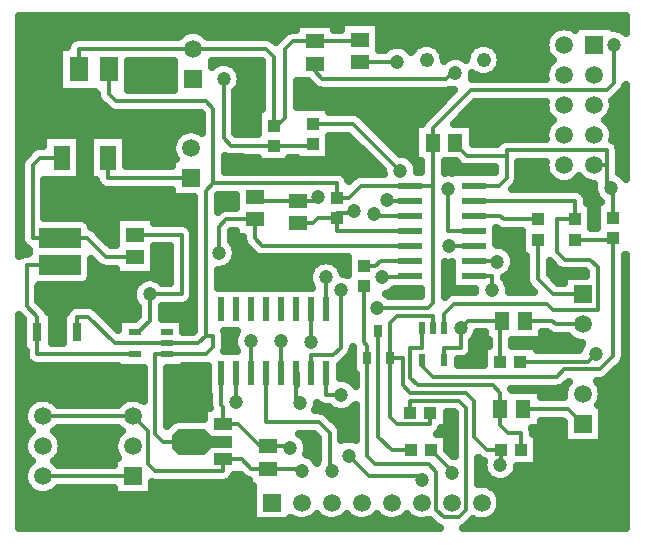
<source format=gbr>
G04 DipTrace 3.2.0.1*
G04 Top.gbr*
%MOIN*%
G04 #@! TF.FileFunction,Copper,L1,Top*
G04 #@! TF.Part,Single*
%AMOUTLINE0*
4,1,4,
0.070866,0.033465,
0.070866,-0.033465,
-0.070866,-0.033465,
-0.070866,0.033465,
0.070866,0.033465,
0*%
%AMOUTLINE3*
4,1,4,
0.070866,-0.033465,
0.070866,0.033465,
-0.070866,0.033465,
-0.070866,-0.033465,
0.070866,-0.033465,
0*%
%AMOUTLINE6*
4,1,10,
0.100394,0.019685,
0.033465,0.019685,
0.009843,0.043307,
-0.076772,0.043307,
-0.100394,0.019685,
-0.100394,-0.019685,
-0.076772,-0.043307,
0.009843,-0.043307,
0.033465,-0.019685,
0.100394,-0.019685,
0.100394,0.019685,
0*%
G04 #@! TA.AperFunction,Conductor*
%ADD13C,0.011811*%
G04 #@! TA.AperFunction,CopperBalancing*
%ADD14C,0.025*%
%ADD15R,0.059055X0.051181*%
%ADD16R,0.051181X0.059055*%
%ADD18R,0.061995X0.081995*%
%ADD20R,0.031496X0.062992*%
%ADD22R,0.055118X0.082677*%
G04 #@! TA.AperFunction,ComponentPad*
%ADD23R,0.059055X0.059055*%
%ADD24C,0.059055*%
%ADD25R,0.043307X0.03937*%
%ADD26R,0.03937X0.043307*%
%ADD27R,0.07874X0.023622*%
%ADD29R,0.059055X0.03937*%
%ADD31R,0.025591X0.041339*%
%ADD33R,0.043307X0.023622*%
%ADD35R,0.023622X0.043307*%
%ADD36R,0.023622X0.07874*%
G04 #@! TA.AperFunction,ComponentPad*
%ADD37C,0.048*%
G04 #@! TA.AperFunction,ViaPad*
%ADD38C,0.047244*%
%ADD78OUTLINE0*%
%ADD81OUTLINE3*%
%ADD84OUTLINE6*%
%FSLAX26Y26*%
G04*
G70*
G90*
G75*
G01*
G04 Top*
%LPD*%
X1468701Y1280165D2*
D13*
Y1173672D1*
X1749951Y1286073D2*
Y1280165D1*
X1656567D1*
X1749951Y1436073D2*
X1506084D1*
Y1479711D1*
X1442622D1*
X1424063Y1461152D1*
X1374848D1*
X1506084Y1479711D2*
Y1495459D1*
X1555463D1*
X1563173Y1503169D1*
X1318701Y1067374D2*
Y961073D1*
X2039323Y1332728D2*
X2035978Y1336073D1*
X1962550D1*
X2021606Y1236858D2*
Y1286073D1*
X1962550D1*
X1517913Y1236858D2*
Y1045720D1*
X1492323Y1020130D1*
X1418701D1*
Y961073D1*
X587430Y1679690D2*
X516218D1*
X490626Y1654098D1*
Y1410969D1*
X581181D1*
X671732D1*
X734226Y1348475D1*
X831155D1*
X1816738Y829780D2*
Y790409D1*
X1706467D1*
X1680877Y816000D1*
Y1011010D1*
X2424738Y1477898D2*
Y1579701D1*
X2405990D1*
Y1654651D1*
X2362244D1*
X1680877Y1011010D2*
Y1126748D1*
X1706467Y1152339D1*
X1824895D1*
Y1111000D1*
X2405990Y1654651D2*
Y1703866D1*
X2070461D1*
Y1685940D1*
Y1611664D1*
X2044870Y1586073D1*
X1962550D1*
X2324748Y1123488D2*
X2234398D1*
X2221888Y1135997D1*
X2130829D1*
X1519610Y887713D2*
X1468701D1*
Y961073D1*
X2051591Y704793D2*
Y656612D1*
X2049777Y654798D1*
X1680877Y1011010D2*
X1724220D1*
Y920335D1*
X1749811Y894744D1*
X1936571D1*
X1962161Y869154D1*
Y749134D1*
X2006503Y704793D1*
X2051591D1*
X2070461Y1685940D2*
X1937289D1*
X1899604Y1723625D1*
Y1729685D1*
X2418488Y1579701D2*
X2424738D1*
X1581076Y2073210D2*
Y2066961D1*
X1431092D1*
X831094Y1098312D2*
X843465D1*
X881150Y1135997D1*
Y1223488D1*
X1024885Y2042163D2*
X643675D1*
Y1973409D1*
X1293606Y1785929D2*
Y2016571D1*
X1268014Y2042163D1*
X1024885D1*
X1431092Y2066961D2*
X1358571D1*
X1332980Y2041370D1*
Y1812804D1*
X1306105Y1785929D1*
X1293606D1*
X1124874Y673546D2*
Y634173D1*
X899713D1*
X874122Y659764D1*
Y768085D1*
X824906Y817302D1*
X1274858Y642488D2*
X1218140D1*
X1187083Y673546D1*
X1124874D1*
X881150Y1223488D2*
X987388D1*
Y1423278D1*
X831155D1*
X1374848Y1535955D2*
X1231113D1*
Y1548265D1*
X1441780Y1548268D2*
X1429467Y1535955D1*
X1374848D1*
X1274858Y642488D2*
X1380908D1*
X1387346Y636050D1*
X524906Y817302D2*
X824906D1*
X581181Y1320417D2*
X470760D1*
Y1185115D1*
X506189Y1149685D1*
Y1098501D1*
Y1023509D1*
X831094D1*
X743675Y1973409D2*
Y1892951D1*
X769268Y1867358D1*
X1067850D1*
X1093441Y1841768D1*
Y1593543D1*
X1506084D1*
Y1546640D1*
X1093441Y1593543D2*
X1067850Y1567953D1*
Y1086501D1*
X1093441D1*
Y1049100D1*
X1067850Y1023509D1*
X937394D1*
X1067850Y1086501D2*
X1042260Y1060911D1*
X937394D1*
X1749951Y1586073D2*
X1824801D1*
Y1654693D1*
Y1729685D1*
X2049682Y998417D2*
Y1135997D1*
X2056026D1*
X1824801Y1729685D2*
Y1778286D1*
X1950381Y1903866D1*
X2403583D1*
X2429173Y1929457D1*
Y2054650D1*
X1636882Y1177929D2*
X1809008D1*
X1824801Y1193722D1*
Y1586073D1*
X1506084Y1546640D2*
X1545457D1*
X1584890Y1586073D1*
X1749951D1*
X937394Y1023509D2*
X899713D1*
Y758193D1*
X925304Y732601D1*
X1054008D1*
X937394Y1060911D2*
X764167D1*
X675392Y1149685D1*
X640047D1*
Y1098501D1*
X1917417Y1110681D2*
Y1046039D1*
X1862297D1*
Y1004701D1*
X2056026Y1135997D2*
X1942734D1*
X1917417Y1110681D1*
X1629720Y1492768D2*
X1636415Y1486073D1*
X1749951D1*
X1431092Y1992157D2*
Y1967160D1*
X1456089Y1942163D1*
X1868546D1*
X1887294Y1960911D1*
X1899793D1*
X1673028Y1539421D2*
X1676375Y1536073D1*
X1749951D1*
X1706063Y1998407D2*
X1718562D1*
X1581076D2*
X1706063D1*
X1118701Y961073D2*
Y855878D1*
X1124874Y849705D1*
Y791656D1*
X1174087D1*
X1248451Y717291D1*
X1274858D1*
X1343601D1*
X1349850Y711042D1*
X1543580Y686045D2*
X1612323Y617302D1*
X1774806D1*
X1787304Y604803D1*
X1787357D1*
X1111157Y1361953D2*
Y1447871D1*
X1136748Y1473462D1*
X1231113D1*
Y1411665D1*
X1256705Y1386073D1*
X1749951D1*
X524906Y617302D2*
X824906D1*
X2324748Y792283D2*
X2274753Y842278D1*
X2124769D1*
X2368055Y1025984D2*
X2340488Y998417D1*
X2116612D1*
X2118520Y704793D2*
Y762913D1*
X2075556D1*
X2049966Y788504D1*
Y842278D1*
Y894744D1*
X2024375Y920335D1*
X1775402D1*
X1749811Y945925D1*
Y1046039D1*
X1787493D1*
Y1111000D1*
X1962550Y1536073D2*
X2299751D1*
Y1473462D1*
X2239134D1*
Y1365193D1*
X2264724Y1339602D1*
X2348370D1*
X2373961Y1314012D1*
Y1172701D1*
X2225551D1*
X2206010Y1192241D1*
X1894919D1*
X1862297Y1159619D1*
Y1111000D1*
X2299751Y1406533D2*
X2339122D1*
X2337308Y1404719D1*
X2424738D1*
Y1410969D1*
Y1017260D1*
X2380992Y973514D1*
X2262255D1*
X2237257Y948517D1*
X1824801D1*
X1787493Y985824D1*
Y1004701D1*
X1962550Y1486073D2*
X2048320D1*
X2060932Y1473462D1*
X2174764D1*
X2324748Y1223488D2*
X2225354D1*
X2174764Y1274079D1*
Y1406533D1*
X1716335Y1635287D2*
X1559444Y1792178D1*
X1424843D1*
X1874795Y1573451D2*
Y1436073D1*
X1962550D1*
X1293606Y1719000D2*
X1424843D1*
Y1725249D1*
X1127335Y1942161D2*
Y1744591D1*
X1152925Y1719000D1*
X1293606D1*
X1018635Y1610948D2*
X740969D1*
Y1679690D1*
X1593575Y1317228D2*
X1632945D1*
X1651790Y1336073D1*
X1749951D1*
X1593575Y1250299D2*
Y1063864D1*
X1606073Y1051365D1*
Y1011010D1*
Y684169D1*
X1631664Y658579D1*
X1810980D1*
X1836571Y632988D1*
Y506190D1*
X1862161Y480598D1*
X1910980D1*
X1936571Y506189D1*
Y843564D1*
X1910980Y869154D1*
X1749808D1*
Y829780D1*
X1887294Y629801D2*
X1887357D1*
X1887294Y636050D1*
X1818551Y704793D1*
X1643475Y1101562D2*
Y749134D1*
X1687816Y704793D1*
X1751622D1*
X1962550Y1386073D2*
X1877906Y1386075D1*
X1218701Y1067374D2*
Y961073D1*
X1168701Y866524D2*
Y961073D1*
X1487336Y636050D2*
X1487357D1*
X1268701Y961073D2*
Y798533D1*
X1443591D1*
X1481087Y761037D1*
Y636050D1*
X1487336D1*
X1381097Y861026D2*
X1368598D1*
Y923520D1*
X1374848Y917270D1*
Y961073D1*
X1368701D1*
X1418701Y1063437D2*
Y1173672D1*
D38*
X1787304Y604803D3*
X1887294Y629801D3*
X2418488Y1579701D3*
X1899793Y1960911D3*
X1706063Y1998407D3*
X1349850Y711042D3*
X1543580Y686045D3*
X1487336Y636050D3*
X1387346D3*
X1468701Y1280165D3*
X1656567D3*
X1563173Y1503169D3*
X2039323Y1332728D3*
X1318701Y1067374D3*
X2021606Y1236858D3*
X1517913D3*
X1441780Y1548268D3*
X1519610Y887713D3*
X2049777Y654798D3*
X881150Y1223488D3*
X2429173Y2054650D3*
X1917417Y1110681D3*
X1636882Y1177929D3*
X1629720Y1492768D3*
X1673028Y1539421D3*
X1111157Y1361953D3*
X2368055Y1025984D3*
X1716335Y1635287D3*
X1874795Y1573451D3*
X1127335Y1942161D3*
X1877906Y1386075D3*
X1218701Y1067374D3*
X1168701Y866524D3*
X1381097Y861026D3*
X1418701Y1063437D3*
X448089Y2126608D2*
D14*
X1515846D1*
X1646298D2*
X2465306D1*
X448089Y2101739D2*
X1002810D1*
X1046961D2*
X1338220D1*
X1646298D2*
X2218315D1*
X448089Y2076870D2*
X623192D1*
X1288496D2*
X1310697D1*
X1646298D2*
X2201091D1*
X448089Y2052001D2*
X603348D1*
X1646298D2*
X1684718D1*
X1727396D2*
X1768974D1*
X1838098D2*
X1958945D1*
X2028105D2*
X2197072D1*
X448089Y2027133D2*
X577009D1*
X1858625D2*
X1938454D1*
X2048631D2*
X2203387D1*
X448089Y2002264D2*
X577009D1*
X810340D2*
X959677D1*
X1090093D2*
X1250125D1*
X2053152D2*
X2218925D1*
X448089Y1977395D2*
X577009D1*
X810340D2*
X959677D1*
X1174385D2*
X1252026D1*
X2046299D2*
X2201306D1*
X448089Y1952526D2*
X577009D1*
X810340D2*
X959677D1*
X1185688D2*
X1252026D1*
X1958490D2*
X1967524D1*
X2019529D2*
X2197072D1*
X448089Y1927657D2*
X577009D1*
X810340D2*
X959677D1*
X1184756D2*
X1252026D1*
X1374583D2*
X1412823D1*
X448089Y1902789D2*
X577009D1*
X1170797D2*
X1252026D1*
X1374583D2*
X1891518D1*
X448089Y1877920D2*
X705079D1*
X1168930D2*
X1252026D1*
X1374583D2*
X1866651D1*
X2435427D2*
X2465306D1*
X448089Y1853051D2*
X725785D1*
X1168930D2*
X1252026D1*
X1374583D2*
X1841782D1*
X1957341D2*
X2197035D1*
X2427425D2*
X2465306D1*
X448089Y1828182D2*
X1049244D1*
X1168930D2*
X1238247D1*
X1577185D2*
X1816915D1*
X1932474D2*
X2202886D1*
X2421612D2*
X2465306D1*
X448089Y1803314D2*
X1051864D1*
X1168930D2*
X1238247D1*
X1606108D2*
X1792262D1*
X1907606D2*
X2220181D1*
X2404315D2*
X2465306D1*
X448089Y1778445D2*
X1051864D1*
X1168930D2*
X1238247D1*
X1630975D2*
X1763520D1*
X1960894D2*
X2201738D1*
X2422760D2*
X2465306D1*
X448089Y1753576D2*
X524188D1*
X650690D2*
X677735D1*
X804203D2*
X970156D1*
X1655843D2*
X1763520D1*
X1960894D2*
X2197035D1*
X2427461D2*
X2465306D1*
X448089Y1728707D2*
X524188D1*
X650690D2*
X677735D1*
X804203D2*
X955982D1*
X1480226D2*
X1565115D1*
X1680710D2*
X1763520D1*
X1960894D2*
X2037782D1*
X2438656D2*
X2465306D1*
X448089Y1703839D2*
X482597D1*
X650690D2*
X677735D1*
X804203D2*
X953828D1*
X1480226D2*
X1589983D1*
X1705579D2*
X1763520D1*
X2447592D2*
X2465306D1*
X448089Y1678970D2*
X457966D1*
X650690D2*
X677735D1*
X804203D2*
X962189D1*
X1135020D2*
X1238247D1*
X1348962D2*
X1369475D1*
X1480226D2*
X1614887D1*
X1755134D2*
X1763534D1*
X2447592D2*
X2465306D1*
X650690Y1654101D2*
X677735D1*
X804203D2*
X953433D1*
X1135020D2*
X1639755D1*
X1772430D2*
X1783193D1*
X1866375D2*
X1912115D1*
X2112038D2*
X2197035D1*
X2447592D2*
X2465306D1*
X650690Y1629232D2*
X677735D1*
X1524542D2*
X1657337D1*
X2112038D2*
X2202419D1*
X2448811D2*
X2465306D1*
X532201Y1604364D2*
X699948D1*
X2111357D2*
X2222262D1*
X2302224D2*
X2322272D1*
X532201Y1579495D2*
X715270D1*
X2096070D2*
X2359197D1*
X532201Y1554626D2*
X953433D1*
X2336673D2*
X2365010D1*
X532201Y1529757D2*
X1026243D1*
X1109434D2*
X1165904D1*
X2341339D2*
X2369352D1*
X532201Y1504888D2*
X1026243D1*
X2355118D2*
X2369352D1*
X532201Y1480020D2*
X765938D1*
X896354D2*
X1026243D1*
X2355118D2*
X2369352D1*
X685965Y1455151D2*
X765938D1*
X1012512D2*
X1026243D1*
X2355118D2*
X2369352D1*
X710186Y1430282D2*
X765938D1*
X1152747D2*
X1165904D1*
X2037614D2*
X2119383D1*
X735055Y1405413D2*
X765938D1*
X1152747D2*
X1190018D1*
X2037614D2*
X2119383D1*
X448089Y1380545D2*
X463579D1*
X896354D2*
X945790D1*
X1167352D2*
X1204444D1*
X2072495D2*
X2119383D1*
X896354Y1355676D2*
X945790D1*
X1170114D2*
X1229634D1*
X2093773D2*
X2119383D1*
X896354Y1330807D2*
X945790D1*
X1161180D2*
X1440454D1*
X1496948D2*
X1538202D1*
X2098581D2*
X2133163D1*
X687723Y1305938D2*
X765938D1*
X896354D2*
X945790D1*
X1123106D2*
X1415587D1*
X1521815D2*
X1538202D1*
X1866375D2*
X1887499D1*
X2091908D2*
X2133163D1*
X2216354D2*
X2242358D1*
X687220Y1281070D2*
X945790D1*
X1109434D2*
X1409415D1*
X1866375D2*
X1887499D1*
X2065461D2*
X2133163D1*
X2225541D2*
X2259546D1*
X667018Y1256201D2*
X832217D1*
X1109434D2*
X1414689D1*
X1866375D2*
X1887499D1*
X2077518D2*
X2137504D1*
X512357Y1231332D2*
X822385D1*
X1688102D2*
X1783219D1*
X1866375D2*
X1892307D1*
X512357Y1206463D2*
X824466D1*
X532058Y1181594D2*
X614974D1*
X700462D2*
X839573D1*
X922728D2*
X1026243D1*
X557608Y1156726D2*
X588600D1*
X726119D2*
X839573D1*
X922728D2*
X1026243D1*
X557608Y1131857D2*
X588600D1*
X750987D2*
X773761D1*
X994748D2*
X1026243D1*
X557608Y1106988D2*
X588600D1*
X994748D2*
X1026243D1*
X557608Y1082119D2*
X588600D1*
X1135020D2*
X1161346D1*
X1969004D2*
X1994757D1*
X2192096D2*
X2275119D1*
X1135020Y1057251D2*
X1160306D1*
X1958992D2*
X2008106D1*
X2091261D2*
X2318109D1*
X448089Y1032382D2*
X464584D1*
X1956552D2*
X1992353D1*
X448089Y1007513D2*
X468029D1*
X1537497D2*
X1557580D1*
X1926554D2*
X1992353D1*
X448089Y982644D2*
X773761D1*
X994748D2*
X1071206D1*
X1516181D2*
X1557580D1*
X2447915D2*
X2465306D1*
X448089Y957776D2*
X858125D1*
X941318D2*
X1071206D1*
X1516181D2*
X1557580D1*
X2423047D2*
X2465306D1*
X448089Y932907D2*
X858125D1*
X941318D2*
X1071206D1*
X1556516D2*
X1564470D1*
X2375034D2*
X2465306D1*
X448089Y908038D2*
X858125D1*
X941318D2*
X1071206D1*
X2089217D2*
X2261556D1*
X2387951D2*
X2465306D1*
X448089Y883169D2*
X858125D1*
X941318D2*
X1077126D1*
X2186031D2*
X2260192D1*
X2389280D2*
X2465306D1*
X448089Y858301D2*
X474954D1*
X574867D2*
X774946D1*
X941318D2*
X1077126D1*
X2379950D2*
X2465306D1*
X448089Y833432D2*
X461820D1*
X941318D2*
X1059651D1*
X1463719D2*
X1500345D1*
X1538861D2*
X1564470D1*
X2389962D2*
X2465306D1*
X448089Y808563D2*
X460332D1*
X941318D2*
X968828D1*
X1491350D2*
X1564470D1*
X1874091D2*
X1894963D1*
X2389962D2*
X2465306D1*
X448089Y783694D2*
X469463D1*
X1515428D2*
X1564470D1*
X1874091D2*
X1894963D1*
X2186031D2*
X2259546D1*
X2389962D2*
X2465306D1*
X448089Y758825D2*
X475420D1*
X574402D2*
X775412D1*
X1383087D2*
X1425526D1*
X1522677D2*
X1564470D1*
X1842261D2*
X1894963D1*
X2160123D2*
X2259546D1*
X2389962D2*
X2465306D1*
X448089Y733957D2*
X461928D1*
X587858D2*
X761955D1*
X1404331D2*
X1439486D1*
X1875885D2*
X1894963D1*
X2175841D2*
X2259546D1*
X2389962D2*
X2465306D1*
X448089Y709088D2*
X460261D1*
X589580D2*
X760234D1*
X1409139D2*
X1439486D1*
X1875885D2*
X1894963D1*
X2175841D2*
X2465306D1*
X448089Y684219D2*
X469140D1*
X580681D2*
X769133D1*
X1419976D2*
X1439486D1*
X2175841D2*
X2465306D1*
X448089Y659350D2*
X475887D1*
X573934D2*
X759696D1*
X1978155D2*
X1990667D1*
X2175841D2*
X2465306D1*
X448089Y634482D2*
X462108D1*
X1978155D2*
X1994219D1*
X2105328D2*
X2465306D1*
X448089Y609613D2*
X460189D1*
X1157770D2*
X1194504D1*
X1978155D2*
X2012843D1*
X2086705D2*
X2465306D1*
X448089Y584744D2*
X468818D1*
X890110D2*
X1209647D1*
X2020104D2*
X2465306D1*
X448089Y559875D2*
X497202D1*
X552619D2*
X759696D1*
X890110D2*
X1222134D1*
X2044899D2*
X2465306D1*
X448089Y535007D2*
X1222134D1*
X2052364D2*
X2465306D1*
X448089Y510138D2*
X1222134D1*
X2049421D2*
X2465306D1*
X448089Y485269D2*
X1222134D1*
X2033991D2*
X2465306D1*
X448089Y460400D2*
X1824594D1*
X1948550D2*
X2465306D1*
X893867Y1364513D2*
Y1289699D1*
X768442D1*
Y1309400D1*
X731159Y1309505D1*
X725100Y1310465D1*
X719266Y1312360D1*
X713801Y1315144D1*
X708839Y1318751D1*
X685245Y1342173D1*
X685130Y1284349D1*
X684315Y1279206D1*
X682706Y1274253D1*
X680343Y1269614D1*
X677281Y1265400D1*
X673600Y1261719D1*
X669386Y1258657D1*
X664747Y1256294D1*
X659794Y1254685D1*
X654651Y1253870D1*
X587743Y1253768D1*
X510304D1*
X509850Y1246927D1*
Y1201318D1*
X535913Y1175072D1*
X539520Y1170110D1*
X542308Y1164633D1*
X549119Y1163182D1*
X555122D1*
Y1062598D1*
X591127Y1062600D1*
X591114Y1163182D1*
X603350D1*
X605217Y1167432D1*
X608423Y1172661D1*
X612406Y1177327D1*
X617071Y1181310D1*
X622301Y1184516D1*
X627967Y1186862D1*
X633932Y1188294D1*
X640059Y1188776D1*
X678459Y1188655D1*
X684518Y1187696D1*
X690352Y1185801D1*
X695818Y1183016D1*
X700780Y1179409D1*
X735512Y1144848D1*
X776238Y1104122D1*
X776256Y1143308D1*
X833205D1*
X842034Y1152165D1*
X842059Y1182252D1*
X837953Y1186594D1*
X832714Y1193807D1*
X828667Y1201749D1*
X825912Y1210227D1*
X824517Y1219031D1*
Y1227945D1*
X825912Y1236749D1*
X828667Y1245227D1*
X832714Y1253169D1*
X837953Y1260382D1*
X844256Y1266685D1*
X851469Y1271924D1*
X859411Y1275971D1*
X867888Y1278726D1*
X876693Y1280121D1*
X885606D1*
X894411Y1278726D1*
X902888Y1275971D1*
X910831Y1271924D1*
X918043Y1266685D1*
X922324Y1262570D1*
X948289Y1262579D1*
X948298Y1384214D1*
X893839Y1384188D1*
X893832Y1364503D1*
X768442Y1387555D2*
Y1482054D1*
X893867D1*
Y1462353D1*
X990455Y1462248D1*
X996514Y1461289D1*
X1002348Y1459394D1*
X1007814Y1456609D1*
X1012776Y1453003D1*
X1017113Y1448665D1*
X1020719Y1443703D1*
X1023504Y1438238D1*
X1025399Y1432404D1*
X1026358Y1426345D1*
X1026479Y1377346D1*
X1026358Y1220421D1*
X1025399Y1214362D1*
X1023504Y1208529D1*
X1020719Y1203063D1*
X1017113Y1198101D1*
X1012776Y1193764D1*
X1007814Y1190157D1*
X1002348Y1187373D1*
X996514Y1185478D1*
X990455Y1184518D1*
X941457Y1184398D1*
X922402D1*
X920231Y1182314D1*
X920240Y1143287D1*
X992232Y1143308D1*
Y1099996D1*
X1026063Y1100001D1*
X1028752Y1102685D1*
X1028760Y1548223D1*
X955923Y1548235D1*
Y1571883D1*
X737902Y1571978D1*
X731843Y1572937D1*
X726009Y1574832D1*
X720543Y1577617D1*
X715581Y1581223D1*
X711244Y1585560D1*
X707638Y1590522D1*
X704853Y1595988D1*
X702958Y1601822D1*
X702358Y1604844D1*
X700663Y1605167D1*
X680224D1*
Y1754214D1*
X801713D1*
Y1650042D1*
X955950Y1650038D1*
X955923Y1673660D1*
X968231D1*
X965164Y1678180D1*
X960697Y1686949D1*
X957655Y1696307D1*
X956115Y1706028D1*
Y1715867D1*
X957655Y1725588D1*
X960697Y1734946D1*
X965164Y1743715D1*
X970948Y1751676D1*
X977907Y1758635D1*
X985867Y1764419D1*
X994636Y1768886D1*
X1003995Y1771928D1*
X1013715Y1773467D1*
X1023555D1*
X1033276Y1771928D1*
X1042634Y1768886D1*
X1051403Y1764419D1*
X1054361Y1762442D1*
X1054350Y1825606D1*
X1051667Y1828260D1*
X766201Y1828388D1*
X760142Y1829348D1*
X754308Y1831243D1*
X748843Y1834028D1*
X743881Y1837634D1*
X716033Y1865310D1*
X712050Y1869975D1*
X708845Y1875205D1*
X706497Y1880871D1*
X705066Y1886836D1*
X704584Y1892963D1*
X697621Y1899227D1*
X579492D1*
Y2047592D1*
X604934D1*
X606497Y2054243D1*
X608845Y2059909D1*
X612050Y2065139D1*
X616033Y2069804D1*
X620698Y2073787D1*
X625928Y2076992D1*
X631594Y2079340D1*
X637559Y2080772D1*
X643686Y2081253D1*
X975854D1*
X980539Y2086508D1*
X988024Y2092898D1*
X996413Y2098041D1*
X1005505Y2101806D1*
X1015073Y2104104D1*
X1024885Y2104875D1*
X1034696Y2104104D1*
X1044264Y2101806D1*
X1053356Y2098041D1*
X1061745Y2092898D1*
X1069230Y2086508D1*
X1073870Y2081245D1*
X1271081Y2081133D1*
X1277140Y2080173D1*
X1282974Y2078278D1*
X1288440Y2075493D1*
X1293402Y2071887D1*
X1301356Y2064346D1*
X1305348Y2069020D1*
X1333184Y2096685D1*
X1338146Y2100291D1*
X1343612Y2103076D1*
X1349445Y2104971D1*
X1355504Y2105930D1*
X1368367Y2106051D1*
X1368379Y2125736D1*
X1493804D1*
Y2106035D1*
X1518398Y2106051D1*
X1518364Y2131986D1*
X1643789D1*
Y2037503D1*
X1664866Y2037497D1*
X1669169Y2041604D1*
X1676382Y2046843D1*
X1684324Y2050890D1*
X1692802Y2053644D1*
X1701606Y2055039D1*
X1710520D1*
X1719324Y2053644D1*
X1727802Y2050890D1*
X1735744Y2046843D1*
X1742957Y2041604D1*
X1749260Y2035301D1*
X1752689Y2030798D1*
X1757269Y2038269D1*
X1763097Y2045092D1*
X1769920Y2050920D1*
X1777571Y2055609D1*
X1785862Y2059042D1*
X1794587Y2061138D1*
X1803533Y2061841D1*
X1812479Y2061138D1*
X1821203Y2059042D1*
X1829495Y2055609D1*
X1837146Y2050920D1*
X1843969Y2045092D1*
X1849797Y2038269D1*
X1854486Y2030618D1*
X1857919Y2022327D1*
X1860014Y2013602D1*
X1860718Y2004656D1*
X1860615Y2002045D1*
X1866403Y2006869D1*
X1874003Y2011526D1*
X1882239Y2014937D1*
X1890906Y2017018D1*
X1899793Y2017718D1*
X1908680Y2017018D1*
X1917346Y2014937D1*
X1925583Y2011526D1*
X1933182Y2006869D1*
X1936344Y2004377D1*
X1937051Y2013602D1*
X1939147Y2022327D1*
X1942580Y2030618D1*
X1947269Y2038269D1*
X1953097Y2045092D1*
X1959920Y2050920D1*
X1967571Y2055609D1*
X1975862Y2059042D1*
X1984587Y2061138D1*
X1993533Y2061841D1*
X2002479Y2061138D1*
X2011203Y2059042D1*
X2019495Y2055609D1*
X2027146Y2050920D1*
X2033969Y2045092D1*
X2039797Y2038269D1*
X2044486Y2030618D1*
X2047919Y2022327D1*
X2050014Y2013602D1*
X2050718Y2004656D1*
X2050014Y1995710D1*
X2047919Y1986986D1*
X2044486Y1978694D1*
X2039797Y1971043D1*
X2033969Y1964220D1*
X2027146Y1958392D1*
X2019495Y1953703D1*
X2011203Y1950270D1*
X2002479Y1948175D1*
X1993533Y1947471D1*
X1984587Y1948175D1*
X1975862Y1950270D1*
X1967571Y1953703D1*
X1959920Y1958392D1*
X1956600Y1960911D1*
X1955900Y1952024D1*
X1953668Y1942948D1*
X2200601Y1942957D1*
X2199724Y1949731D1*
Y1959571D1*
X2201264Y1969291D1*
X2204306Y1978650D1*
X2208773Y1987419D1*
X2214556Y1995379D1*
X2221516Y2002339D1*
X2224430Y2004636D1*
X2217899Y2010306D1*
X2211509Y2017790D1*
X2206366Y2026180D1*
X2202601Y2035272D1*
X2200303Y2044840D1*
X2199531Y2054651D1*
X2200303Y2064462D1*
X2202601Y2074030D1*
X2206366Y2083122D1*
X2211509Y2091512D1*
X2217899Y2098996D1*
X2225383Y2105386D1*
X2233773Y2110529D1*
X2242865Y2114294D1*
X2252433Y2116592D1*
X2262244Y2117364D1*
X2272055Y2116592D1*
X2281623Y2114294D1*
X2290715Y2110529D1*
X2299105Y2105386D1*
X2299543Y2105041D1*
X2299531Y2117364D1*
X2424957D1*
Y2111299D1*
X2433630Y2111282D1*
X2442434Y2109887D1*
X2450912Y2107133D1*
X2458854Y2103085D1*
X2466067Y2097846D1*
X2467819Y2096226D1*
X2467815Y2151442D1*
X445573Y2151476D1*
X445571Y1350302D1*
X450335Y1353748D1*
X455801Y1356533D1*
X461634Y1358428D1*
X467693Y1359387D1*
X470772Y1359508D1*
X478047Y1361629D1*
X478757Y1364146D1*
X478755Y1367249D1*
X477537Y1372323D1*
X475667Y1374853D1*
X470201Y1377638D1*
X465239Y1381244D1*
X460902Y1385581D1*
X457295Y1390543D1*
X454510Y1396009D1*
X452615Y1401843D1*
X451656Y1407902D1*
X451535Y1456900D1*
X451656Y1657165D1*
X452615Y1663224D1*
X454510Y1669058D1*
X457295Y1674524D1*
X460902Y1679486D1*
X488576Y1707332D1*
X493241Y1711315D1*
X498471Y1714520D1*
X504138Y1716867D1*
X510102Y1718299D1*
X516230Y1718781D1*
X526660D1*
X526686Y1754214D1*
X648175D1*
Y1605167D1*
X529722D1*
X529717Y1477584D1*
X654651Y1477516D1*
X659794Y1476701D1*
X664747Y1475092D1*
X669386Y1472728D1*
X673600Y1469667D1*
X677281Y1465986D1*
X680343Y1461772D1*
X682706Y1457133D1*
X684315Y1452180D1*
X684825Y1449614D1*
X686692Y1447084D1*
X692157Y1444299D1*
X697119Y1440693D1*
X731852Y1406131D1*
X750400Y1387583D1*
X768424Y1387566D1*
X1775211Y1792398D2*
X1788381D1*
X1789971Y1796033D1*
X1793176Y1801262D1*
X1797159Y1805928D1*
X1895336Y1904278D1*
X1886531Y1905673D1*
X1884167Y1906340D1*
X1877672Y1904152D1*
X1871613Y1903193D1*
X1822614Y1903072D1*
X1453022Y1903193D1*
X1446963Y1904152D1*
X1441130Y1906047D1*
X1435664Y1908832D1*
X1430702Y1912438D1*
X1409596Y1933374D1*
X1372060Y1933382D1*
X1372071Y1846986D1*
X1477713Y1847017D1*
Y1831264D1*
X1562510Y1831148D1*
X1568570Y1830189D1*
X1574403Y1828294D1*
X1579869Y1825509D1*
X1584831Y1821903D1*
X1619563Y1787341D1*
X1714843Y1692062D1*
X1720791Y1691920D1*
X1729596Y1690525D1*
X1738073Y1687770D1*
X1746016Y1683723D1*
X1753228Y1678484D1*
X1759531Y1672181D1*
X1764770Y1664969D1*
X1768818Y1657026D1*
X1771572Y1648549D1*
X1772967Y1639744D1*
X1772975Y1631056D1*
X1785731Y1631070D1*
X1785710Y1667001D1*
X1766025Y1666972D1*
Y1792398D1*
X1775211D1*
X1894188D2*
X1958379D1*
Y1725043D1*
X2037585Y1725030D1*
X2040736Y1729253D1*
X2045073Y1733591D1*
X2050035Y1737197D1*
X2055501Y1739982D1*
X2061335Y1741877D1*
X2067394Y1742836D1*
X2116392Y1742957D1*
X2200613D1*
X2199724Y1749731D1*
Y1759571D1*
X2201264Y1769291D1*
X2204306Y1778650D1*
X2208773Y1787419D1*
X2214556Y1795379D1*
X2221516Y1802339D1*
X2224430Y1804636D1*
X2217899Y1810306D1*
X2211509Y1817790D1*
X2206366Y1826180D1*
X2202601Y1835272D1*
X2200303Y1844840D1*
X2199531Y1854651D1*
X2200303Y1864462D1*
X2200367Y1864782D1*
X1966549Y1864776D1*
X1894211Y1792415D1*
X1901000Y1666972D2*
X1863896D1*
X1863891Y1629180D1*
X1870339Y1630084D1*
X1879252D1*
X1888056Y1628689D1*
X1889986Y1628146D1*
X1889995Y1631070D1*
X2031362D1*
X2031370Y1646866D1*
X1934222Y1646970D1*
X1928163Y1647929D1*
X1922329Y1649824D1*
X1916864Y1652609D1*
X1911902Y1656215D1*
X1900995Y1666951D1*
X1224643Y583713D2*
X1212146D1*
X1212025Y603879D1*
X1206060Y605311D1*
X1200394Y607659D1*
X1195164Y610864D1*
X1190499Y614846D1*
X1184689Y620657D1*
X1161571Y620676D1*
X1159705Y616427D1*
X1156499Y611197D1*
X1152516Y606531D1*
X1147850Y602549D1*
X1142621Y599343D1*
X1136954Y596996D1*
X1130990Y595564D1*
X1124874Y595083D1*
X896646Y595203D1*
X890587Y596163D1*
X887622Y597000D1*
X887618Y554589D1*
X762193D1*
Y578238D1*
X573967Y578211D1*
X569251Y572957D1*
X561766Y566567D1*
X553377Y561424D1*
X544285Y557659D1*
X534717Y555361D1*
X524906Y554589D1*
X515094Y555361D1*
X505526Y557659D1*
X496434Y561424D1*
X488045Y566567D1*
X480560Y572957D1*
X474171Y580441D1*
X469028Y588831D1*
X465262Y597923D1*
X462965Y607491D1*
X462193Y617302D1*
X462965Y627113D1*
X465262Y636681D1*
X469028Y645773D1*
X474171Y654163D1*
X480560Y661647D1*
X487092Y667287D1*
X480560Y672957D1*
X474171Y680441D1*
X469028Y688831D1*
X465262Y697923D1*
X462965Y707491D1*
X462193Y717302D1*
X462965Y727113D1*
X465262Y736681D1*
X469028Y745773D1*
X474171Y754163D1*
X480560Y761647D1*
X487092Y767287D1*
X480560Y772957D1*
X474171Y780441D1*
X469028Y788831D1*
X465262Y797923D1*
X462965Y807491D1*
X462193Y817302D1*
X462965Y827113D1*
X465262Y836681D1*
X469028Y845773D1*
X474171Y854163D1*
X480560Y861647D1*
X488045Y868037D1*
X496434Y873180D1*
X505526Y876945D1*
X515094Y879243D1*
X524906Y880014D1*
X534717Y879243D1*
X544285Y876945D1*
X553377Y873180D1*
X561766Y868037D1*
X569251Y861647D1*
X573891Y856385D1*
X775844Y856392D1*
X780560Y861647D1*
X788045Y868037D1*
X796434Y873180D1*
X805526Y876945D1*
X815094Y879243D1*
X824906Y880014D1*
X834717Y879243D1*
X844285Y876945D1*
X853377Y873180D1*
X860631Y868797D1*
X860622Y978486D1*
X776256Y978513D1*
Y984434D1*
X503122Y984539D1*
X497063Y985499D1*
X491230Y987394D1*
X485764Y990178D1*
X480802Y993785D1*
X476465Y998122D1*
X472858Y1003084D1*
X470073Y1008550D1*
X468178Y1014383D1*
X467219Y1020442D1*
X467098Y1033808D1*
X457256Y1033820D1*
Y1143303D1*
X445573Y1155020D1*
X445571Y444227D1*
X1847949Y444193D1*
X1841736Y447268D1*
X1836774Y450874D1*
X1814294Y473185D1*
X1806736Y470168D1*
X1797168Y467870D1*
X1787357Y467098D1*
X1777546Y467870D1*
X1767978Y470168D1*
X1758886Y473933D1*
X1750496Y479076D1*
X1743012Y485466D1*
X1737371Y491997D1*
X1731702Y485466D1*
X1724218Y479076D1*
X1715828Y473933D1*
X1706736Y470168D1*
X1697168Y467870D1*
X1687357Y467098D1*
X1677546Y467870D1*
X1667978Y470168D1*
X1658886Y473933D1*
X1650496Y479076D1*
X1643012Y485466D1*
X1637371Y491997D1*
X1631702Y485466D1*
X1624218Y479076D1*
X1615828Y473933D1*
X1606736Y470168D1*
X1597168Y467870D1*
X1587357Y467098D1*
X1577546Y467870D1*
X1567978Y470168D1*
X1558886Y473933D1*
X1550496Y479076D1*
X1543012Y485466D1*
X1537371Y491997D1*
X1531702Y485466D1*
X1524218Y479076D1*
X1515828Y473933D1*
X1506736Y470168D1*
X1497168Y467870D1*
X1487357Y467098D1*
X1477546Y467870D1*
X1467978Y470168D1*
X1458886Y473933D1*
X1450496Y479076D1*
X1443012Y485466D1*
X1437371Y491997D1*
X1431702Y485466D1*
X1424218Y479076D1*
X1415828Y473933D1*
X1406736Y470168D1*
X1397168Y467870D1*
X1387357Y467098D1*
X1377546Y467870D1*
X1367978Y470168D1*
X1358886Y473933D1*
X1350496Y479076D1*
X1350058Y479421D1*
X1350070Y467098D1*
X1224644D1*
Y583686D1*
X1192022Y1414686D2*
X1168400D1*
Y1434387D1*
X1152921Y1434371D1*
X1150256Y1431688D1*
X1150248Y1403196D1*
X1154354Y1398846D1*
X1159593Y1391634D1*
X1163640Y1383692D1*
X1166395Y1375214D1*
X1167790Y1366409D1*
Y1357496D1*
X1166395Y1348692D1*
X1163640Y1340214D1*
X1159593Y1332272D1*
X1154354Y1325059D1*
X1148051Y1318756D1*
X1140839Y1313517D1*
X1132896Y1309470D1*
X1124419Y1306715D1*
X1115614Y1305320D1*
X1106927Y1305312D1*
X1106941Y1246251D1*
X1423117Y1246227D1*
X1418085Y1254375D1*
X1414675Y1262612D1*
X1412593Y1271278D1*
X1411894Y1280165D1*
X1412593Y1289052D1*
X1414675Y1297719D1*
X1418085Y1305955D1*
X1422743Y1313555D1*
X1428531Y1320335D1*
X1435311Y1326123D1*
X1442911Y1330781D1*
X1451147Y1334192D1*
X1459814Y1336273D1*
X1468701Y1336972D1*
X1477588Y1336273D1*
X1486255Y1334192D1*
X1494491Y1330781D1*
X1502091Y1326123D1*
X1508870Y1320335D1*
X1514659Y1313555D1*
X1519316Y1305955D1*
X1522727Y1297719D1*
X1523955Y1293341D1*
X1531175Y1292096D1*
X1539652Y1289341D1*
X1540713Y1288853D1*
X1540705Y1346969D1*
X1253638Y1347104D1*
X1247579Y1348063D1*
X1241745Y1349958D1*
X1236280Y1352743D1*
X1231318Y1356349D1*
X1203471Y1384024D1*
X1199488Y1388689D1*
X1196283Y1393919D1*
X1193936Y1399585D1*
X1192504Y1405550D1*
X1192022Y1411677D1*
X1168400Y1512542D2*
Y1554475D1*
X1109600Y1554453D1*
X1106949Y1551769D1*
X1106941Y1498948D1*
X1111361Y1503186D1*
X1116323Y1506793D1*
X1121789Y1509577D1*
X1127622Y1511472D1*
X1133681Y1512432D1*
X1168434Y1512552D1*
X2087703Y904991D2*
X2183545D1*
Y881343D1*
X2262959Y881369D1*
X2262228Y887364D1*
Y897203D1*
X2263768Y906924D1*
X2266810Y916282D1*
X2271277Y925051D1*
X2277060Y933012D1*
X2262644Y918793D1*
X2257682Y915186D1*
X2252217Y912402D1*
X2246383Y910507D1*
X2240324Y909547D1*
X2191325Y909427D1*
X2086220D1*
X2087147Y906812D1*
X2183545Y803188D2*
Y779566D1*
X2153869D1*
X2155697Y774993D1*
X2157129Y769029D1*
X2157610Y762902D1*
X2164731Y757663D1*
X2173358D1*
Y651923D1*
X2106507D1*
X2105885Y645911D1*
X2103803Y637244D1*
X2100392Y629008D1*
X2095735Y621408D1*
X2089946Y614629D1*
X2083167Y608840D1*
X2075567Y604182D1*
X2067331Y600772D1*
X2058664Y598690D1*
X2049777Y597991D1*
X2040890Y598690D1*
X2032223Y600772D1*
X2023987Y604182D1*
X2016387Y608840D1*
X2009608Y614629D1*
X2003819Y621408D1*
X1999161Y629008D1*
X1995751Y637244D1*
X1993669Y645911D1*
X1992970Y654798D1*
X1993669Y663685D1*
X1994423Y667615D1*
X1988756Y669962D1*
X1983526Y673168D1*
X1978853Y677160D1*
X1975661Y678210D1*
Y591406D1*
X1982437Y592331D1*
X1992277D1*
X2001997Y590791D1*
X2011356Y587749D1*
X2020125Y583282D1*
X2028085Y577499D1*
X2035045Y570539D1*
X2040828Y562579D1*
X2045295Y553810D1*
X2048337Y544451D1*
X2049877Y534731D1*
Y524891D1*
X2048337Y515171D1*
X2045295Y505812D1*
X2040828Y497043D1*
X2035045Y489083D1*
X2028085Y482123D1*
X2020125Y476340D1*
X2011356Y471873D1*
X2001997Y468831D1*
X1992277Y467291D1*
X1982437D1*
X1972717Y468831D1*
X1963358Y471873D1*
X1959358Y473717D1*
X1936367Y450874D1*
X1931406Y447268D1*
X1925928Y444479D1*
X1939633Y444193D1*
X2467812D1*
X2467815Y1356105D1*
X2463828Y1355850D1*
X2463707Y1014193D1*
X2462748Y1008134D1*
X2460853Y1002301D1*
X2458068Y996835D1*
X2454462Y991873D1*
X2419900Y957140D1*
X2406379Y943790D1*
X2401417Y940184D1*
X2395951Y937399D1*
X2390118Y935504D1*
X2384059Y934545D1*
X2371196Y934424D1*
X2375483Y929144D1*
X2380626Y920755D1*
X2384391Y911663D1*
X2386689Y902094D1*
X2387461Y892283D1*
X2386689Y882472D1*
X2384391Y872904D1*
X2380626Y863812D1*
X2375483Y855423D1*
X2375138Y854984D1*
X2387461Y854996D1*
Y729571D1*
X2262035D1*
Y799724D1*
X2256381Y803188D1*
X2183572D1*
X807857Y2003059D2*
Y1906459D1*
X962146Y1906449D1*
X962172Y2003070D1*
X807892Y2003072D1*
X2010559Y1073285D2*
X1997251D1*
Y1096932D1*
X1972524Y1096907D1*
X1969900Y1088942D1*
X1965853Y1081000D1*
X1960614Y1073787D1*
X1956499Y1069507D1*
X1956387Y1042972D1*
X1955428Y1036913D1*
X1953533Y1031080D1*
X1950748Y1025614D1*
X1947142Y1020652D1*
X1942804Y1016315D1*
X1937843Y1012709D1*
X1932377Y1009924D1*
X1926543Y1008029D1*
X1920484Y1007070D1*
X1907262Y1006949D1*
X1907478Y987608D1*
X1994856D1*
X1994844Y1051287D1*
X2010597D1*
X2010592Y1073307D1*
X2189605Y1096907D2*
Y1073285D1*
X2088807D1*
X2088773Y1051274D1*
X2171450Y1051287D1*
Y1037543D1*
X2312432Y1037508D1*
X2314029Y1043538D1*
X2317440Y1051774D1*
X2322097Y1059374D1*
X2323209Y1060783D1*
X2314937Y1061547D1*
X2305369Y1063845D1*
X2296277Y1067610D1*
X2287887Y1072753D1*
X2280403Y1079143D1*
X2275762Y1084406D1*
X2231331Y1084518D1*
X2225272Y1085478D1*
X2219438Y1087373D1*
X2213972Y1090157D1*
X2209010Y1093764D1*
X2205692Y1096912D1*
X2189629Y1096907D1*
X2424764Y1849731D2*
X2423224Y1840010D1*
X2420182Y1830652D1*
X2415715Y1821883D1*
X2409932Y1813923D1*
X2402972Y1806963D1*
X2400058Y1804665D1*
X2406589Y1798996D1*
X2412979Y1791512D1*
X2418122Y1783122D1*
X2421887Y1774030D1*
X2424185Y1764462D1*
X2424957Y1754651D1*
X2424185Y1744840D1*
X2422958Y1739067D1*
X2428966Y1735491D1*
X2433631Y1731508D1*
X2437614Y1726843D1*
X2440819Y1721613D1*
X2443167Y1715946D1*
X2444598Y1709982D1*
X2445080Y1703854D1*
Y1629927D1*
X2451878Y1625659D1*
X2458657Y1619870D1*
X2464446Y1613091D1*
X2467818Y1607786D1*
X2467782Y1923341D1*
X2466350Y1917377D1*
X2464003Y1911710D1*
X2460798Y1906480D1*
X2456806Y1901807D1*
X2428970Y1874142D1*
X2423997Y1870530D1*
X2423224Y1869291D1*
X2424764Y1859571D1*
Y1849731D1*
X2363031Y1591970D2*
X2357324Y1592131D1*
X2347604Y1593671D1*
X2338245Y1596713D1*
X2329476Y1601180D1*
X2321516Y1606963D1*
X2314556Y1613923D1*
X2312259Y1616837D1*
X2306589Y1610306D1*
X2299105Y1603916D1*
X2290715Y1598773D1*
X2281623Y1595008D1*
X2272055Y1592710D1*
X2262244Y1591938D1*
X2252433Y1592710D1*
X2242865Y1595008D1*
X2233773Y1598773D1*
X2225383Y1603916D1*
X2217899Y1610306D1*
X2211509Y1617790D1*
X2206366Y1626180D1*
X2202601Y1635272D1*
X2200303Y1644840D1*
X2199531Y1654651D1*
X2200303Y1664462D1*
X2200367Y1664782D1*
X2109550Y1664776D1*
X2109430Y1608597D1*
X2108471Y1602538D1*
X2106576Y1596705D1*
X2103791Y1591239D1*
X2100185Y1586277D1*
X2089247Y1575167D1*
X2302818Y1575043D1*
X2308877Y1574084D1*
X2314710Y1572189D1*
X2320176Y1569404D1*
X2325138Y1565798D1*
X2329475Y1561461D1*
X2333081Y1556499D1*
X2335866Y1551033D1*
X2337761Y1545199D1*
X2338720Y1539140D1*
X2338841Y1528286D1*
X2352621Y1528301D1*
Y1443824D1*
X2371865Y1443810D1*
X2371867Y1532736D1*
X2385612D1*
X2385647Y1533339D1*
X2378319Y1539531D1*
X2372530Y1546311D1*
X2367873Y1553911D1*
X2364462Y1562147D1*
X2362381Y1570814D1*
X2361681Y1579701D1*
X2362381Y1588588D1*
X2363050Y1591954D1*
X2271222Y1286201D2*
X2334845D1*
X2334870Y1297829D1*
X2332186Y1300504D1*
X2261657Y1300633D1*
X2255598Y1301592D1*
X2249765Y1303487D1*
X2244299Y1306272D1*
X2239337Y1309878D1*
X2213853Y1335192D1*
X2213854Y1290304D1*
X2241556Y1262568D1*
X2262064Y1262579D1*
X2262035Y1286201D1*
X2271222D1*
X1087597Y2003045D2*
Y1982735D1*
X1093945Y1988119D1*
X1101545Y1992777D1*
X1109781Y1996188D1*
X1118448Y1998269D1*
X1127335Y1998969D1*
X1136222Y1998269D1*
X1144888Y1996188D1*
X1153125Y1992777D1*
X1160724Y1988119D1*
X1167504Y1982331D1*
X1173293Y1975551D1*
X1177950Y1967951D1*
X1181361Y1959715D1*
X1183442Y1951049D1*
X1184142Y1942161D1*
X1183442Y1933274D1*
X1181361Y1924608D1*
X1177950Y1916371D1*
X1173293Y1908772D1*
X1167504Y1901992D1*
X1166416Y1900987D1*
X1166425Y1760766D1*
X1169109Y1758098D1*
X1240734Y1758091D1*
X1240736Y1840768D1*
X1254480D1*
X1254516Y2000409D1*
X1251832Y2003063D1*
X1087625Y2003072D1*
X2121912Y1418623D2*
X2121894Y1434377D1*
X2057865Y1434492D1*
X2051806Y1435451D1*
X2045972Y1437346D1*
X2040507Y1440131D1*
X2035535Y1443745D1*
X2035070Y1441077D1*
Y1391077D1*
X2039323Y1389535D1*
X2048210Y1388836D1*
X2056877Y1386755D1*
X2065113Y1383344D1*
X2072713Y1378686D1*
X2079492Y1372898D1*
X2085281Y1366118D1*
X2089938Y1358518D1*
X2093349Y1350282D1*
X2095430Y1341615D1*
X2096130Y1332728D1*
X2095430Y1323841D1*
X2093349Y1315175D1*
X2089938Y1306938D1*
X2085281Y1299339D1*
X2079492Y1292559D1*
X2072713Y1286770D1*
X2065113Y1282113D1*
X2060686Y1280106D1*
X2061776Y1277028D1*
X2067564Y1270248D1*
X2072222Y1262648D1*
X2075633Y1254412D1*
X2077714Y1245745D1*
X2078413Y1236858D1*
X2078113Y1231345D1*
X2162220Y1231332D1*
X2145039Y1248692D1*
X2141433Y1253654D1*
X2138648Y1259119D1*
X2136753Y1264953D1*
X2135794Y1271012D1*
X2135673Y1320010D1*
Y1351697D1*
X2121894Y1351694D1*
Y1418618D1*
X1477713Y1753067D2*
Y1670411D1*
X1371972D1*
Y1679920D1*
X1346508Y1679909D1*
X1346476Y1664161D1*
X1240736D1*
Y1679915D1*
X1149858Y1680030D1*
X1143799Y1680990D1*
X1137966Y1682885D1*
X1132531Y1685600D1*
Y1632598D1*
X1506084Y1632634D1*
X1512199Y1632152D1*
X1518164Y1630720D1*
X1523831Y1628373D1*
X1529060Y1625168D1*
X1533726Y1621185D1*
X1537709Y1616520D1*
X1540913Y1611290D1*
X1543261Y1605623D1*
X1544097Y1602657D1*
X1550294Y1606760D1*
X1559503Y1615798D1*
X1564465Y1619404D1*
X1569930Y1622189D1*
X1575764Y1624084D1*
X1581823Y1625043D1*
X1630822Y1625164D1*
X1660427D1*
X1659702Y1630831D1*
X1659585Y1636768D1*
X1543276Y1753064D1*
X1477735Y1753088D1*
X1871576Y830079D2*
Y776909D1*
X1853455D1*
X1850068Y769984D1*
X1846462Y765022D1*
X1842125Y760685D1*
X1839705Y758778D1*
X1846390Y757663D1*
X1873390D1*
Y705236D1*
X1892247Y686381D1*
X1897496Y685647D1*
X1897480Y827388D1*
X1894797Y830055D1*
X1871543Y830063D1*
X1406483Y706585D2*
X1405088Y697781D1*
X1402846Y690693D1*
X1409085Y688533D1*
X1417028Y684486D1*
X1424240Y679247D1*
X1430543Y672944D1*
X1435782Y665731D1*
X1437323Y662980D1*
X1441993Y670220D1*
X1441996Y744815D1*
X1427386Y759454D1*
X1379609Y759442D1*
X1386744Y754239D1*
X1393047Y747936D1*
X1398286Y740723D1*
X1402333Y732781D1*
X1405088Y724303D1*
X1406483Y715499D1*
Y706585D1*
X1520180Y737761D2*
X1526026Y740071D1*
X1534693Y742152D1*
X1543580Y742852D1*
X1552467Y742152D1*
X1561134Y740071D1*
X1566980Y737761D1*
X1566983Y856378D1*
X1562807Y850819D1*
X1556504Y844516D1*
X1549291Y839277D1*
X1541349Y835230D1*
X1532871Y832475D1*
X1524067Y831080D1*
X1515154D1*
X1506349Y832475D1*
X1497871Y835230D1*
X1489929Y839277D1*
X1482717Y844516D1*
X1478436Y848631D1*
X1465634Y848743D1*
X1459575Y849702D1*
X1453741Y851597D1*
X1448276Y854382D1*
X1443314Y857988D1*
X1438969Y862335D1*
X1437904Y861026D1*
X1437205Y852139D1*
X1435123Y843472D1*
X1432814Y837626D1*
X1446657Y837503D1*
X1452717Y836543D1*
X1458550Y834648D1*
X1464016Y831864D1*
X1468978Y828257D1*
X1503710Y793696D1*
X1510811Y786424D1*
X1514417Y781462D1*
X1517202Y775996D1*
X1519097Y770163D1*
X1520056Y764104D1*
X1520177Y737820D1*
X1785726Y1241077D2*
X1697812Y1241075D1*
X1693461Y1236969D1*
X1686248Y1231730D1*
X1678306Y1227682D1*
X1669828Y1224928D1*
X1669025Y1224768D1*
X1673776Y1221126D1*
X1678056Y1217010D1*
X1785694Y1217020D1*
X1785710Y1241052D1*
X1964951Y1241077D2*
X1889995D1*
Y1330584D1*
X1882362Y1329442D1*
X1873449D1*
X1864644Y1330837D1*
X1863890Y1331050D1*
X1863891Y1216503D1*
X1869531Y1221966D1*
X1874493Y1225572D1*
X1879959Y1228357D1*
X1885793Y1230252D1*
X1891852Y1231211D1*
X1940850Y1231332D1*
X1965072D1*
X1964799Y1236858D1*
X1964966Y1241089D1*
X977272Y809093D2*
X1062175D1*
X1062161Y844526D1*
X1081287D1*
X1080092Y849762D1*
X1079610Y855890D1*
Y888496D1*
X1073705Y888518D1*
Y984867D1*
X1067850Y984419D1*
X992243D1*
X992232Y978513D1*
X938801D1*
X938803Y784413D1*
X955684Y801142D1*
X959898Y804203D1*
X964537Y806567D1*
X969490Y808176D1*
X974633Y808991D1*
X977247Y809093D1*
X1566972Y957156D2*
X1560093D1*
Y1043673D1*
X1557455Y1048916D1*
X1556522Y1039605D1*
X1555091Y1033640D1*
X1552744Y1027974D1*
X1549538Y1022744D1*
X1545555Y1018079D1*
X1517710Y990406D1*
X1515290Y988499D1*
X1513697Y978510D1*
Y944241D1*
X1519610Y944520D1*
X1528497Y943820D1*
X1537164Y941739D1*
X1545400Y938328D1*
X1553000Y933671D1*
X1559780Y927882D1*
X1565568Y921102D1*
X1566991Y918974D1*
X1566983Y957140D1*
X771379Y680014D2*
X774501D1*
X771434Y684534D1*
X766967Y693303D1*
X763925Y702661D1*
X762386Y712382D1*
Y722222D1*
X763925Y731942D1*
X766967Y741301D1*
X771434Y750070D1*
X777218Y758030D1*
X784177Y764990D1*
X787092Y767287D1*
X780560Y772957D1*
X775920Y778219D1*
X573967Y778211D1*
X569251Y772957D1*
X562719Y767316D1*
X569251Y761647D1*
X575640Y754163D1*
X580783Y745773D1*
X584549Y736681D1*
X586846Y727113D1*
X587618Y717302D1*
X586846Y707491D1*
X584549Y697923D1*
X580783Y688831D1*
X575640Y680441D1*
X569251Y672957D1*
X562719Y667316D1*
X569251Y661647D1*
X573891Y656385D1*
X762207Y656392D1*
X762193Y680014D1*
X771379D1*
X1129361Y1033629D2*
X1172974D1*
X1168085Y1041584D1*
X1164675Y1049820D1*
X1162593Y1058487D1*
X1161894Y1067374D1*
X1162593Y1076261D1*
X1164675Y1084928D1*
X1168085Y1093164D1*
X1173013Y1101106D1*
X1129715Y1101117D1*
X1131451Y1095627D1*
X1132411Y1089568D1*
X1132531Y1049100D1*
X1132050Y1042984D1*
X1130618Y1037020D1*
X1129551Y1034130D1*
D15*
X831155Y1348475D3*
Y1423278D3*
D16*
X1824801Y1729685D3*
X1899604D3*
D15*
X1374848Y1535955D3*
Y1461152D3*
X1274858Y717291D3*
Y642488D3*
X1231113Y1473462D3*
Y1548265D3*
D16*
X2124769Y842278D3*
X2049966D3*
D18*
X643675Y1973409D3*
X743675D3*
D16*
X2056026Y1135997D3*
X2130829D3*
D20*
X506189Y1098501D3*
X640047D3*
D22*
X587430Y1679690D3*
X740969D3*
D23*
X1018635Y1610948D3*
D24*
Y1710948D3*
D23*
X1287357Y529811D3*
D24*
X1387357D3*
X1487357D3*
X1587357D3*
X1687357D3*
X1787357D3*
X1887357D3*
X1987357D3*
D23*
X2362244Y2054651D3*
D24*
X2262244D3*
X2362244Y1954651D3*
X2262244D3*
X2362244Y1854651D3*
X2262244D3*
X2362244Y1754651D3*
X2262244D3*
X2362244Y1654651D3*
X2262244D3*
D23*
X2324748Y792283D3*
D24*
Y892283D3*
D23*
Y1223488D3*
D24*
Y1123488D3*
D23*
X1024885Y1942163D3*
D24*
Y2042163D3*
D15*
X1581076Y1998407D3*
Y2073210D3*
X1431092Y1992157D3*
Y2066961D3*
D78*
X581181Y1410969D3*
D81*
Y1320417D3*
D25*
X2049682Y998417D3*
X2116612D3*
D26*
X2299751Y1473462D3*
Y1406533D3*
X2424738Y1410969D3*
Y1477898D3*
X2174764Y1473462D3*
Y1406533D3*
X1424843Y1792178D3*
Y1725249D3*
X1293606Y1785929D3*
Y1719000D3*
X1593575Y1317228D3*
Y1250299D3*
D25*
X1749808Y829780D3*
X1816738D3*
X1818551Y704793D3*
X1751622D3*
D26*
X1506084Y1479711D3*
Y1546640D3*
D25*
X2118520Y704793D3*
X2051591D3*
D27*
X1749951Y1586073D3*
Y1536073D3*
Y1486073D3*
Y1436073D3*
Y1386073D3*
Y1336073D3*
Y1286073D3*
X1962550D3*
Y1336073D3*
Y1386073D3*
Y1436073D3*
Y1486073D3*
Y1536073D3*
Y1586073D3*
D29*
X1124874Y673546D3*
D84*
X1054008Y732601D3*
D29*
X1124874Y791656D3*
D31*
X1606073Y1011010D3*
X1680877D3*
X1643475Y1101562D3*
D33*
X937394Y1023509D3*
Y1060911D3*
Y1098312D3*
X831094D3*
Y1023509D3*
D35*
X1862297Y1111000D3*
X1824895D3*
X1787493D3*
Y1004701D3*
X1862297D3*
D23*
X824906Y617302D3*
D24*
Y717302D3*
Y817302D3*
X524906D3*
Y717302D3*
Y617302D3*
D36*
X1118701Y961073D3*
X1168701D3*
X1218701D3*
X1268701D3*
X1318701D3*
X1368701D3*
X1418701D3*
X1468701D3*
Y1173672D3*
X1418701D3*
X1368701D3*
X1318701D3*
X1268701D3*
X1218701D3*
X1168701D3*
X1118701D3*
D37*
X1993533Y2004656D3*
X1803533D3*
M02*

</source>
